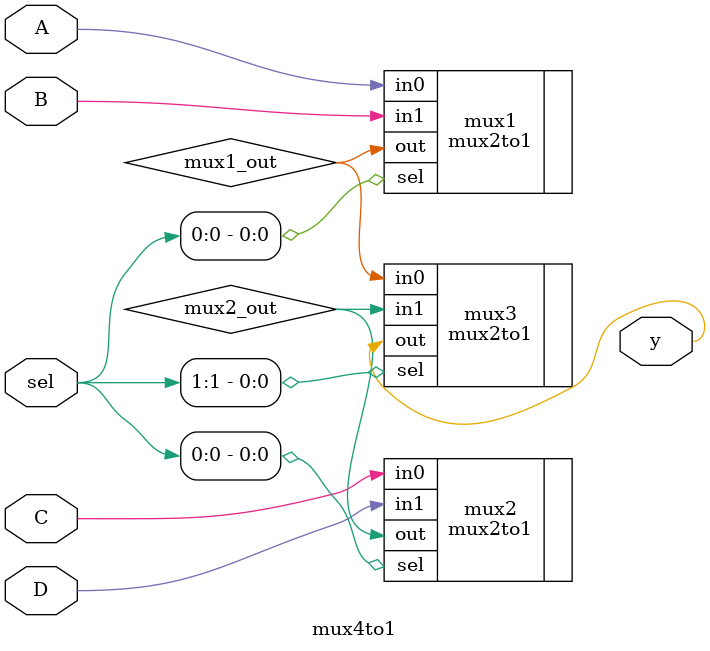
<source format=v>
`include"mux2to1.v"
module mux4to1 (
  input wire A, 
  input wire B, 
  input wire C, 
  input wire D, 
  input wire [1:0] sel, 
  output wire y
);
  wire mux1_out, mux2_out;

  
  mux2to1 mux1 (.in0(A), 
                .in1(B), 
                .sel(sel[0]), 
                .out(mux1_out)
               );
  mux2to1 mux2 (.in0(C), 
                .in1(D), 
                .sel(sel[0]), 
                .out(mux2_out)
               );
  mux2to1 mux3 (.in0(mux1_out), 
                .in1(mux2_out), 
                .sel(sel[1]), 
                .out(y));
endmodule

</source>
